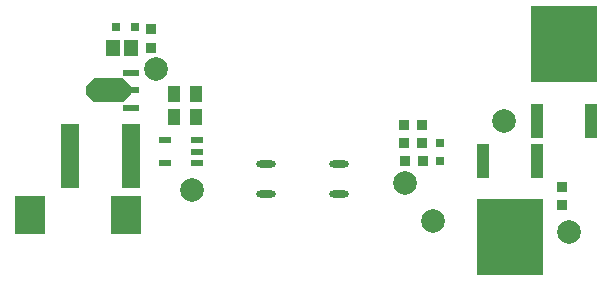
<source format=gtp>
G04*
G04 #@! TF.GenerationSoftware,Altium Limited,Altium Designer,20.2.6 (244)*
G04*
G04 Layer_Color=8421504*
%FSLAX25Y25*%
%MOIN*%
G70*
G04*
G04 #@! TF.SameCoordinates,6BCE7D3D-6E75-4611-AB79-44D2FB597E60*
G04*
G04*
G04 #@! TF.FilePolarity,Positive*
G04*
G01*
G75*
%ADD16C,0.07874*%
%ADD17R,0.05512X0.02362*%
%ADD18R,0.02756X0.02362*%
%ADD19R,0.04134X0.02362*%
%ADD20R,0.03937X0.05315*%
%ADD21R,0.03543X0.03347*%
%ADD22R,0.03150X0.03150*%
%ADD23R,0.10197X0.12756*%
%ADD24R,0.03937X0.11811*%
%ADD25R,0.21850X0.25197*%
%ADD26R,0.06496X0.21260*%
%ADD27R,0.05118X0.05709*%
%ADD28O,0.06496X0.02362*%
%ADD29R,0.03150X0.03150*%
%ADD30R,0.03347X0.03543*%
G36*
X67200Y92087D02*
Y89724D01*
X64444Y86968D01*
X54995D01*
X52239Y89724D01*
Y92087D01*
X54995Y94842D01*
X64444D01*
X67200Y92087D01*
D02*
G37*
D16*
X158500Y59900D02*
D03*
X213350Y43650D02*
D03*
X87650Y57700D02*
D03*
X75550Y98000D02*
D03*
X167850Y47500D02*
D03*
X191700Y80750D02*
D03*
D17*
X67200Y85000D02*
D03*
Y96811D02*
D03*
D18*
X68578Y90905D02*
D03*
D19*
X89173Y66732D02*
D03*
Y70472D02*
D03*
Y74213D02*
D03*
X78543D02*
D03*
Y66732D02*
D03*
D20*
X81740Y81890D02*
D03*
X88827D02*
D03*
X88827Y89764D02*
D03*
X81740D02*
D03*
D21*
X74050Y105149D02*
D03*
Y111251D02*
D03*
X210900Y58752D02*
D03*
Y52650D02*
D03*
X158395Y73202D02*
D03*
Y79304D02*
D03*
X164300Y73300D02*
D03*
Y79402D02*
D03*
D22*
X68439Y111927D02*
D03*
X62140D02*
D03*
D23*
X65500Y49500D02*
D03*
X33531D02*
D03*
D24*
X184530Y67238D02*
D03*
X202561D02*
D03*
X202640Y80821D02*
D03*
X220672D02*
D03*
D25*
X193546Y41844D02*
D03*
X211656Y106215D02*
D03*
D26*
X67138Y69000D02*
D03*
X46862D02*
D03*
D27*
X61101Y105100D02*
D03*
X67400D02*
D03*
D28*
X136713Y56417D02*
D03*
X112106Y66417D02*
D03*
Y56417D02*
D03*
X136713Y66417D02*
D03*
D29*
X170205Y67198D02*
D03*
Y73497D02*
D03*
D30*
X164595Y67198D02*
D03*
X158493D02*
D03*
M02*

</source>
